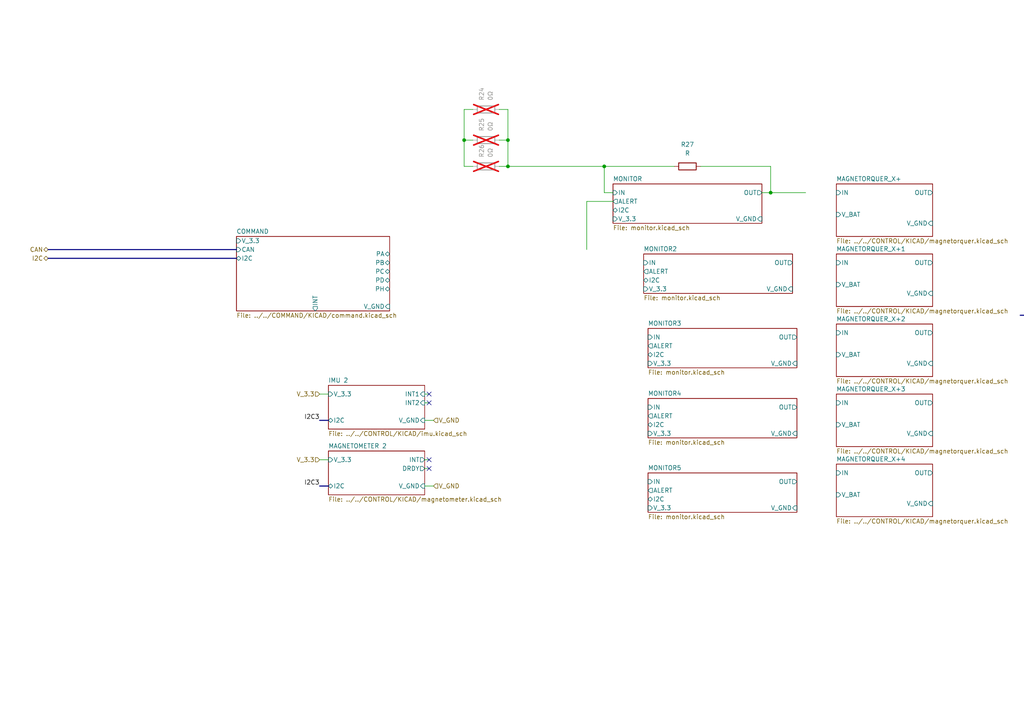
<source format=kicad_sch>
(kicad_sch (version 20231120) (generator "eeschema") (generator_version "8.0")
  (paper "A4")
  (lib_symbols
    (symbol "Device:R" (pin_numbers hide) (pin_names (offset 0))
      (property "Reference" "R" (at 2.032 0 90))
      (property "Value" "R" (at 0 0 90))
      (symbol "R_0_1"
        (rectangle (start -1.016 -2.54) (end 1.016 2.54) (stroke (width 0.254)))
      )
      (symbol "R_1_1"
        (pin passive line (at 0 3.81 270) (length 1.27) (name "~") (number "1"))
        (pin passive line (at 0 -3.81 90) (length 1.27) (name "~") (number "2"))
      )
    )
  )
  (junction (at 147.32 48.26))
  (junction (at 175.26 48.26))
  (junction (at 223.52 55.88))
  (junction (at 147.32 40.64))
  (junction (at 134.62 40.64))
  (no_connect (at 124.46 114.3))
  (no_connect (at 124.46 116.84))
  (no_connect (at 124.46 133.35))
  (no_connect (at 124.46 135.89))
  (wire (pts (xy 137.16 48.26) (xy 134.62 48.26)))
  (wire (pts (xy 170.18 58.42) (xy 170.18 72.39)))
  (wire (pts (xy 123.19 135.89) (xy 124.46 135.89)))
  (wire (pts (xy 223.52 55.88) (xy 223.52 48.26)))
  (wire (pts (xy 134.62 40.64) (xy 137.16 40.64)))
  (wire (pts (xy 177.8 58.42) (xy 170.18 58.42)))
  (wire (pts (xy 144.78 48.26) (xy 147.32 48.26)))
  (wire (pts (xy 175.26 48.26) (xy 175.26 55.88)))
  (wire (pts (xy 147.32 40.64) (xy 147.32 48.26)))
  (wire (pts (xy 123.19 116.84) (xy 124.46 116.84)))
  (wire (pts (xy 134.62 48.26) (xy 134.62 40.64)))
  (wire (pts (xy 125.73 140.97) (xy 123.19 140.97)))
  (wire (pts (xy 223.52 48.26) (xy 203.2 48.26)))
  (wire (pts (xy 92.71 114.3) (xy 95.25 114.3)))
  (wire (pts (xy 125.73 121.92) (xy 123.19 121.92)))
  (wire (pts (xy 123.19 114.3) (xy 124.46 114.3)))
  (bus (pts (xy 92.71 140.97) (xy 95.25 140.97)))
  (wire (pts (xy 144.78 31.75) (xy 147.32 31.75)))
  (wire (pts (xy 123.19 133.35) (xy 124.46 133.35)))
  (bus (pts (xy 295.91 91.44) (xy 350.52 91.44)))
  (wire (pts (xy 175.26 55.88) (xy 177.8 55.88)))
  (wire (pts (xy 134.62 31.75) (xy 134.62 40.64)))
  (wire (pts (xy 137.16 31.75) (xy 134.62 31.75)))
  (wire (pts (xy 195.58 48.26) (xy 175.26 48.26)))
  (wire (pts (xy 220.98 55.88) (xy 223.52 55.88)))
  (bus (pts (xy 92.71 121.92) (xy 95.25 121.92)))
  (wire (pts (xy 147.32 31.75) (xy 147.32 40.64)))
  (wire (pts (xy 144.78 40.64) (xy 147.32 40.64)))
  (wire (pts (xy 92.71 133.35) (xy 95.25 133.35)))
  (wire (pts (xy 147.32 48.26) (xy 175.26 48.26)))
  (bus (pts (xy 13.97 74.93) (xy 68.58 74.93)))
  (bus (pts (xy 13.97 72.39) (xy 68.58 72.39)))
  (wire (pts (xy 223.52 55.88) (xy 233.68 55.88)))
  (label "MAGNETS{+ -}[1..4]" (at 344.17 91.44 180))
  (label "I2C3" (at 92.71 140.97 180))
  (label "I2C3" (at 92.71 121.92 180))
  (hierarchical_label "I2C" (shape bidirectional) (at 13.97 74.93 180))
  (hierarchical_label "V_GND" (shape input) (at 125.73 140.97 0))
  (hierarchical_label "V_3.3" (shape input) (at 92.71 114.3 180))
  (hierarchical_label "V_GND" (shape input) (at 125.73 121.92 0))
  (hierarchical_label "V_3.3" (shape input) (at 92.71 133.35 180))
  (hierarchical_label "CAN" (shape bidirectional) (at 13.97 72.39 180))
  (symbol (lib_id "Device:R") (at 140.97 31.75 90) (unit 1) (dnp yes)
    (property "Reference" "R24" (at 139.6999 29.21 0) (effects (justify left)))
    (property "Value" "0Ω" (at 142.2399 29.21 0) (effects (justify left)))
    (property "Footprint" "Resistor_SMD:R_0603_1608Metric" (effects (hide yes)))
    (property "Description" "Resistor" (effects (hide yes)))
  )
  (symbol (lib_id "Device:R") (at 140.97 40.64 90) (unit 1) (dnp yes)
    (property "Reference" "R25" (at 139.6999 38.1 0) (effects (justify left)))
    (property "Value" "0Ω" (at 142.2399 38.1 0) (effects (justify left)))
    (property "Footprint" "Resistor_SMD:R_0603_1608Metric" (effects (hide yes)))
    (property "Description" "Resistor" (effects (hide yes)))
  )
  (symbol (lib_id "Device:R") (at 140.97 48.26 90) (unit 1) (dnp yes)
    (property "Reference" "R26" (at 139.6999 45.72 0) (effects (justify left)))
    (property "Value" "0Ω" (at 142.2399 45.72 0) (effects (justify left)))
    (property "Footprint" "Resistor_SMD:R_0603_1608Metric" (effects (hide yes)))
    (property "Description" "Resistor" (effects (hide yes)))
  )
  (symbol (lib_id "Device:R") (at 199.39 48.26 90) (unit 1)
    (property "Reference" "R27" (at 199.39 41.91 90))
    (property "Value" "R" (at 199.39 44.45 90))
    (property "Footprint" "Resistor_SMD:R_0603_1608Metric" (effects (hide yes)))
    (property "Description" "Resistor" (effects (hide yes)))
  )
  (sheet (at 95.25 130.81) (size 27.94 12.7) (stroke (width 0.1524))
    (property "Sheetname" "MAGNETOMETER 2" (at 95.25 130.0984 0) (effects (justify left bottom)))
    (property "Sheetfile" "../../CONTROL/KICAD/magnetometer.kicad_sch" (at 95.25 144.0946 0) (effects (justify left top)))
    (pin "V_GND" input (at 123.19 140.97 0))
    (pin "V_3.3" input (at 95.25 133.35 180))
    (pin "I2C" bidirectional (at 95.25 140.97 180))
    (pin "INT" output (at 123.19 133.35 0))
    (pin "DRDY" output (at 123.19 135.89 0))
  )
  (sheet (at 95.25 111.76) (size 27.94 12.7) (stroke (width 0.1524))
    (property "Sheetname" "IMU 2" (at 95.25 111.0484 0) (effects (justify left bottom)))
    (property "Sheetfile" "../../CONTROL/KICAD/imu.kicad_sch" (at 95.25 125.0446 0) (effects (justify left top)))
    (pin "V_GND" input (at 123.19 121.92 0))
    (pin "INT2" input (at 123.19 116.84 0))
    (pin "INT1" input (at 123.19 114.3 0))
    (pin "I2C" bidirectional (at 95.25 121.92 180))
    (pin "V_3.3" input (at 95.25 114.3 180))
  )
  (sheet (at 186.69 73.66) (size 43.18 11.43) (stroke (width 0.1524))
    (property "Sheetname" "MONITOR2" (at 186.69 72.9484 0) (effects (justify left bottom)))
    (property "Sheetfile" "monitor.kicad_sch" (at 186.69 85.6746 0) (effects (justify left top)))
    (pin "IN" input (at 186.69 76.2 180))
    (pin "I2C" bidirectional (at 186.69 81.28 180))
    (pin "V_3.3" input (at 186.69 83.82 180))
    (pin "OUT" output (at 229.87 76.2 0))
    (pin "V_GND" input (at 229.87 83.82 0))
    (pin "ALERT" output (at 186.69 78.74 180))
  )
  (sheet (at 177.8 53.34) (size 43.18 11.43) (stroke (width 0.1524))
    (property "Sheetname" "MONITOR" (at 177.8 52.6284 0) (effects (justify left bottom)))
    (property "Sheetfile" "monitor.kicad_sch" (at 177.8 65.3546 0) (effects (justify left top)))
    (pin "IN" input (at 177.8 55.88 180))
    (pin "I2C" bidirectional (at 177.8 60.96 180))
    (pin "V_3.3" input (at 177.8 63.5 180))
    (pin "OUT" output (at 220.98 55.88 0))
    (pin "V_GND" input (at 220.98 63.5 0))
    (pin "ALERT" output (at 177.8 58.42 180))
  )
  (sheet (at 68.58 68.58) (size 44.45 21.59) (stroke (width 0.1524))
    (property "Sheetname" "COMMAND" (at 68.58 67.8684 0) (effects (justify left bottom)))
    (property "Sheetfile" "../../COMMAND/KICAD/command.kicad_sch" (at 68.58 90.7546 0) (effects (justify left top)))
    (pin "INT" output (at 91.44 90.17 270))
    (pin "I2C" bidirectional (at 68.58 74.93 180))
    (pin "V_3.3" input (at 68.58 69.85 180))
    (pin "V_GND" input (at 113.03 88.9 0))
    (pin "CAN" input (at 68.58 72.39 180))
    (pin "PD" bidirectional (at 113.03 81.28 0))
    (pin "PB" bidirectional (at 113.03 76.2 0))
    (pin "PH" bidirectional (at 113.03 83.82 0))
    (pin "PC" bidirectional (at 113.03 78.74 0))
    (pin "PA" bidirectional (at 113.03 73.66 0))
  )
  (sheet (at 242.57 114.3) (size 27.94 15.24) (stroke (width 0.1524))
    (property "Sheetname" "MAGNETORQUER_X+3" (at 242.57 113.5884 0) (effects (justify left bottom)))
    (property "Sheetfile" "../../CONTROL/KICAD/magnetorquer.kicad_sch" (at 242.57 130.1246 0) (effects (justify left top)))
    (pin "V_GND" input (at 270.51 125.73 0))
    (pin "IN" input (at 242.57 116.84 180))
    (pin "OUT" output (at 270.51 116.84 0))
    (pin "V_BAT" input (at 242.57 123.19 180))
  )
  (sheet (at 187.96 95.25) (size 43.18 11.43) (stroke (width 0.1524))
    (property "Sheetname" "MONITOR3" (at 187.96 94.5384 0) (effects (justify left bottom)))
    (property "Sheetfile" "monitor.kicad_sch" (at 187.96 107.2646 0) (effects (justify left top)))
    (pin "IN" input (at 187.96 97.79 180))
    (pin "I2C" bidirectional (at 187.96 102.87 180))
    (pin "V_3.3" input (at 187.96 105.41 180))
    (pin "OUT" output (at 231.14 97.79 0))
    (pin "V_GND" input (at 231.14 105.41 0))
    (pin "ALERT" output (at 187.96 100.33 180))
  )
  (sheet (at 187.96 115.57) (size 43.18 11.43) (stroke (width 0.1524))
    (property "Sheetname" "MONITOR4" (at 187.96 114.8584 0) (effects (justify left bottom)))
    (property "Sheetfile" "monitor.kicad_sch" (at 187.96 127.5846 0) (effects (justify left top)))
    (pin "IN" input (at 187.96 118.11 180))
    (pin "I2C" bidirectional (at 187.96 123.19 180))
    (pin "V_3.3" input (at 187.96 125.73 180))
    (pin "OUT" output (at 231.14 118.11 0))
    (pin "V_GND" input (at 231.14 125.73 0))
    (pin "ALERT" output (at 187.96 120.65 180))
  )
  (sheet (at 242.57 53.34) (size 27.94 15.24) (stroke (width 0.1524))
    (property "Sheetname" "MAGNETORQUER_X+" (at 242.57 52.6284 0) (effects (justify left bottom)))
    (property "Sheetfile" "../../CONTROL/KICAD/magnetorquer.kicad_sch" (at 242.57 69.1646 0) (effects (justify left top)))
    (pin "V_GND" input (at 270.51 64.77 0))
    (pin "IN" input (at 242.57 55.88 180))
    (pin "OUT" output (at 270.51 55.88 0))
    (pin "V_BAT" input (at 242.57 62.23 180))
  )
  (sheet (at 187.96 137.16) (size 43.18 11.43) (stroke (width 0.1524))
    (property "Sheetname" "MONITOR5" (at 187.96 136.4484 0) (effects (justify left bottom)))
    (property "Sheetfile" "monitor.kicad_sch" (at 187.96 149.1746 0) (effects (justify left top)))
    (pin "IN" input (at 187.96 139.7 180))
    (pin "I2C" bidirectional (at 187.96 144.78 180))
    (pin "V_3.3" input (at 187.96 147.32 180))
    (pin "OUT" output (at 231.14 139.7 0))
    (pin "V_GND" input (at 231.14 147.32 0))
    (pin "ALERT" output (at 187.96 142.24 180))
  )
  (sheet (at 242.57 73.66) (size 27.94 15.24) (stroke (width 0.1524))
    (property "Sheetname" "MAGNETORQUER_X+1" (at 242.57 72.9484 0) (effects (justify left bottom)))
    (property "Sheetfile" "../../CONTROL/KICAD/magnetorquer.kicad_sch" (at 242.57 89.4846 0) (effects (justify left top)))
    (pin "V_GND" input (at 270.51 85.09 0))
    (pin "IN" input (at 242.57 76.2 180))
    (pin "OUT" output (at 270.51 76.2 0))
    (pin "V_BAT" input (at 242.57 82.55 180))
  )
  (sheet (at 242.57 134.62) (size 27.94 15.24) (stroke (width 0.1524))
    (property "Sheetname" "MAGNETORQUER_X+4" (at 242.57 133.9084 0) (effects (justify left bottom)))
    (property "Sheetfile" "../../CONTROL/KICAD/magnetorquer.kicad_sch" (at 242.57 150.4446 0) (effects (justify left top)))
    (pin "V_GND" input (at 270.51 146.05 0))
    (pin "IN" input (at 242.57 137.16 180))
    (pin "OUT" output (at 270.51 137.16 0))
    (pin "V_BAT" input (at 242.57 143.51 180))
  )
  (sheet (at 242.57 93.98) (size 27.94 15.24) (stroke (width 0.1524))
    (property "Sheetname" "MAGNETORQUER_X+2" (at 242.57 93.2684 0) (effects (justify left bottom)))
    (property "Sheetfile" "../../CONTROL/KICAD/magnetorquer.kicad_sch" (at 242.57 109.8046 0) (effects (justify left top)))
    (pin "V_GND" input (at 270.51 105.41 0))
    (pin "IN" input (at 242.57 96.52 180))
    (pin "OUT" output (at 270.51 96.52 0))
    (pin "V_BAT" input (at 242.57 102.87 180))
  )
)
</source>
